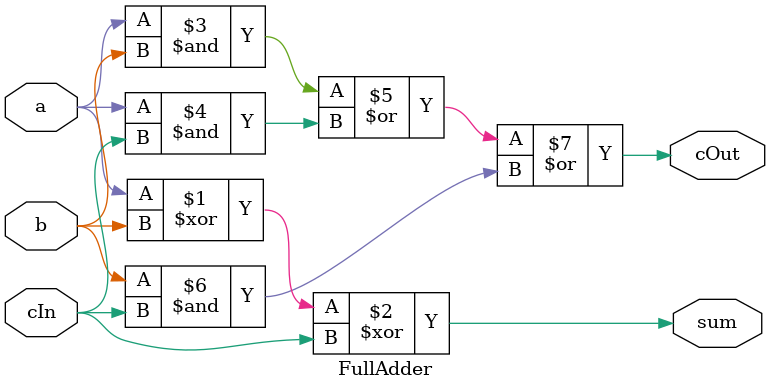
<source format=sv>
module FullAdder (
  input  a, b, cIn,
  output sum, cOut
);
  assign sum = a ^ b ^ cIn;
  assign cOut = (a & b) | (a & cIn) | (b & cIn);
endmodule


</source>
